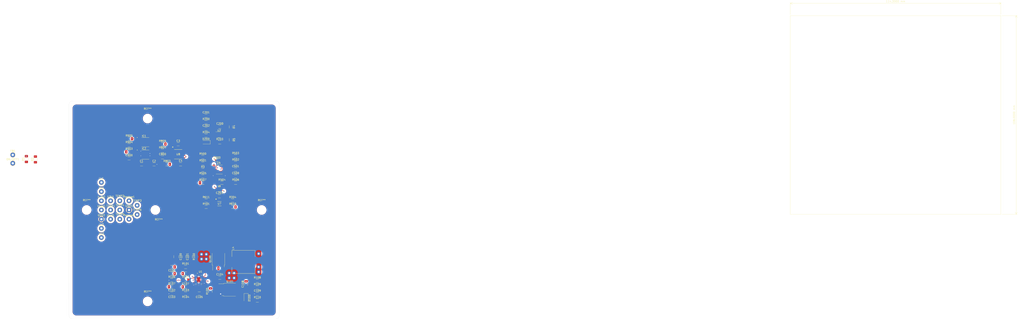
<source format=kicad_pcb>
(kicad_pcb (version 20221018) (generator pcbnew)
  (layers (0 "F.Cu" signal) (1 "In1.Cu" power) (2 "In2.Cu" signal) (31 "B.Cu" power) (34 "B.Paste" user) (35 "F.Paste" user) (36 "B.SilkS" user "B.Silkscreen") (37 "F.SilkS" user "F.Silkscreen") (38 "B.Mask" user) (39 "F.Mask" user) (44 "Edge.Cuts" user))
  (net 0 "")
  (net 1 "Vout")
  (net 2 "GND")
  (net 3 "Vin")
  (net 4 "Net-(U1-SS_TRK)")
  (net 5 "/12V")
  (net 6 "Net-(U2-POS)")
  (net 7 "Net-(C106-Pad1)")
  (net 8 "Net-(C108-Pad1)")
  (net 9 "Net-(D500-K)")
  (net 10 "Net-(C201-Pad1)")
  (net 11 "Net-(D500-A)")
  (net 12 "Net-(U1-BST)")
  (net 13 "Net-(Q100-S)")
  (net 14 "Net-(R2-Pad1)")
  (net 15 "/CS1")
  (net 16 "/CS2")
  (net 17 "/5V")
  (net 18 "Net-(U1-ILIM)")
  (net 19 "Net-(ON/OFF1-Pad1)")
  (net 20 "Net-(U1-COMP)")
  (net 21 "Net-(U1-FB)")
  (net 22 "Net-(IC2-CAP-)")
  (net 23 "Net-(IC2-CAP+)")
  (net 24 "/-5V")
  (net 25 "/Vref")
  (net 26 "Net-(U5-RES)")
  (net 27 "Net-(IC1-+IN2)")
  (net 28 "Net-(U7-1Y)")
  (net 29 "Net-(U7-2Y)")
  (net 30 "Net-(U1-VCC)")
  (net 31 "Net-(U7-2B)")
  (net 32 "Net-(U7-1B)")
  (net 35 "Net-(IC1-+IN1)")
  (net 36 "Net-(FB1-Pad1)")
  (net 37 "Net-(D100-A)")
  (net 38 "Net-(D200-K)")
  (net 39 "Net-(U5-UVLO)")
  (net 40 "Net-(U1-EN_UVLO)")
  (net 41 "Net-(U1-RT)")
  (net 42 "Net-(U1-SYNCIN)")
  (net 43 "Net-(U1-PGOOD)")
  (net 44 "/HL1")
  (net 45 "/HL2")
  (net 46 "Net-(U5-DCL)")
  (net 47 "Net-(U5-RT{slash}SYNC)")
  (net 48 "Net-(U5-OUT2)")
  (net 49 "/LL2")
  (net 50 "Net-(U5-OUT1)")
  (net 51 "/LL1")
  (net 52 "Net-(U6-2Y)")
  (net 53 "Net-(U6-1Y)")
  (net 54 "/Rsense2")
  (net 55 "Net-(IC1--IN2)")
  (net 56 "/Rsense1")
  (net 57 "Net-(IC1--IN1)")
  (net 58 "Net-(Q100-G)")
  (net 59 "Net-(Q101-G)")
  (net 61 "/SS")
  (net 68 "/U5-VCC")
  (footprint "Resistor_SMD:R_1206_3216Metric_Pad1.30x1.75mm_HandSolder" (layer "F.Cu") (at 135.55 131.6 180)
    (fp_text reference "R905")
    (fp_text value "148k")
  )
  (footprint "Capacitor_SMD:C_1206_3216Metric_Pad1.33x1.80mm_HandSolder" (layer "F.Cu") (at 158.725 215.775 180)
    (fp_text reference "C103")
    (fp_text value "2.2uF")
  )
  (footprint "Resistor_SMD:R_1206_3216Metric_Pad1.30x1.75mm_HandSolder" (layer "F.Cu") (at 175.57 155.55)
    (fp_text reference "R507")
    (fp_text value "150")
  )
  (footprint "TestPoint:TestPoint_THTPad_D2.5mm_Drill1.2mm" (layer "F.Cu") (at 130.5 170.3 90)
    (fp_text reference "TEMP4")
    (fp_text value "MountingHole_Pad")
  )
  (footprint "Resistor_SMD:R_1206_3216Metric_Pad1.30x1.75mm_HandSolder" (layer "F.Cu") (at 193.37 144.725)
    (fp_text reference "R502")
    (fp_text value "34.1k")
  )
  (footprint "SnapEDA Library:QFN50P450X350X100-21N MODDED" (layer "F.Cu") (at 173.325 208.175)
    (fp_text reference "U1")
    (fp_text value "LM5146QRGYRQ1")
  )
  (footprint "Diode_SMD:D_SOD-523" (layer "F.Cu") (at 183.27 143.25)
    (fp_text reference "D500")
    (fp_text value "CMOD4448 TR PBFREE")
  )
  (footprint "SnapEDA Library:TO-252-3_TabPin2 modded" (layer "F.Cu") (at 184.025 196.935 90)
    (fp_text reference "Q100")
    (fp_text value "DMT10H009LK3-13")
  )
  (footprint "Resistor_SMD:R_1206_3216Metric_Pad1.30x1.75mm_HandSolder" (layer "F.Cu") (at 158.725 208.475 180)
    (fp_text reference "R107")
    (fp_text value "1.27k")
  )
  (footprint "TestPoint:TestPoint_THTPad_D2.5mm_Drill1.2mm" (layer "F.Cu") (at 135.5 165.3)
    (fp_text reference "Rsense1")
    (fp_text value "MountingHole_Pad")
  )
  (footprint "Resistor_SMD:R_1206_3216Metric_Pad1.30x1.75mm_HandSolder" (layer "F.Cu") (at 156.1 145.45)
    (fp_text reference "R803")
    (fp_text value "300")
  )
  (footprint "Capacitor_SMD:C_1206_3216Metric_Pad1.33x1.80mm_HandSolder" (layer "F.Cu") (at 177.3325 119.05)
    (fp_text reference "C201")
    (fp_text value "0.1uF")
  )
  (footprint "Resistor_SMD:R_1206_3216Metric_Pad1.30x1.75mm_HandSolder" (layer "F.Cu") (at 205.15 212.375 180)
    (fp_text reference "R109")
    (fp_text value "24.9")
  )
  (footprint "Resistor_SMD:R_1206_3216Metric_Pad1.30x1.75mm_HandSolder" (layer "F.Cu") (at 175.57 152.05 180)
    (fp_text reference "R505")
    (fp_text value "150")
  )
  (footprint "TestPoint:TestPoint_THTPad_D2.5mm_Drill1.2mm" (layer "F.Cu") (at 72.4 140.35)
    (fp_text reference "FB1")
    (fp_text value "MountingHole_Pad")
  )
  (footprint "Resistor_SMD:R_1206_3216Metric_Pad1.30x1.75mm_HandSolder" (layer "F.Cu") (at 79.8 142.6 90)
    (fp_text reference "R1")
    (fp_text value "5.36k (47k)")
  )
  (footprint "TestPoint:TestPoint_THTPad_D2.5mm_Drill1.2mm" (layer "F.Cu") (at 120.5 170.3)
    (fp_text reference "Vcap1")
    (fp_text value "MountingHole_Pad")
  )
  (footprint "Resistor_SMD:R_1206_3216Metric_Pad1.30x1.75mm_HandSolder" (layer "F.Cu") (at 177.3325 129.85)
    (fp_text reference "R204")
    (fp_text value "2.0k")
  )
  (footprint "TestPoint:TestPoint_THTPad_D2.5mm_Drill1.2mm" (layer "F.Cu") (at 120.5 160.3)
    (fp_text reference "HL1")
    (fp_text value "MountingHole_Pad")
  )
  (footprint "TestPoint:TestPoint_THTPad_D2.5mm_Drill1.2mm" (layer "F.Cu") (at 120.5 185.3)
    (fp_text reference "HL2")
    (fp_text value "MountingHole_Pad")
  )
  (footprint "Capacitor_SMD:C_1206_3216Metric_Pad1.33x1.80mm_HandSolder" (layer "F.Cu") (at 158.725 212.075)
    (fp_text reference "C102")
    (fp_text value "56nF")
  )
  (footprint "Capacitor_SMD:C_1206_3216Metric_Pad1.33x1.80mm_HandSolder" (layer "F.Cu") (at 149.1 145.5 180)
    (fp_text reference "C2")
    (fp_text value "1uF")
  )
  (footprint "Capacitor_SMD:C_1206_3216Metric_Pad1.33x1.80mm_HandSolder" (layer "F.Cu") (at 163.5 145.4)
    (fp_text reference "C4")
    (fp_text value "1uF")
  )
  (footprint "Resistor_SMD:R_1206_3216Metric_Pad1.30x1.75mm_HandSolder" (layer "F.Cu") (at 166.225 215.775 180)
    (fp_text reference "R104")
    (fp_text value "20k")
  )
  (footprint "SnapEDA Library:IND_MSS1210_COC" (layer "F.Cu") (at 197.65 198.575)
    (fp_text reference "L4")
    (fp_text value "22uH")
  )
  (footprint "Resistor_SMD:R_1206_3216Metric_Pad1.30x1.75mm_HandSolder" (layer "F.Cu") (at 158.725 204.875 180)
    (fp_text reference "R106")
    (fp_text value "2.87k")
  )
  (footprint "Capacitor_SMD:C_1206_3216Metric_Pad1.33x1.80mm_HandSolder" (layer "F.Cu") (at 158.725 201.275)
    (fp_text reference "C106")
    (fp_text value "8.2nF")
  )
  (footprint "Package_TO_SOT_SMD:SOT-23-5" (layer "F.Cu") (at 184.37 129.35)
    (fp_text reference "U2")
    (fp_text value "LM8261M5")
  )
  (footprint "Capacitor_SMD:C_1206_3216Metric_Pad1.33x1.80mm_HandSolder" (layer "F.Cu") (at 199.05 210.625 90)
    (fp_text reference "C108")
    (fp_text value "820pF")
  )
  (footprint "TestPoint:TestPoint_THTPad_D2.5mm_Drill1.2mm" (layer "F.Cu") (at 120.5 165.3)
    (fp_text reference "V_IN2")
    (fp_text value "MountingHole_Pad")
  )
  (footprint "Capacitor_SMD:C_1206_3216Metric_Pad1.33x1.80mm_HandSolder" (layer "F.Cu") (at 166.225 208.475)
    (fp_text reference "C107")
    (fp_text value "470pF")
  )
  (footprint "Resistor_SMD:R_1206_3216Metric_Pad1.30x1.75mm_HandSolder" (layer "F.Cu") (at 179.725 214.475 -90)
    (fp_text reference "R105")
    (fp_text value "866")
  )
  (footprint "TestPoint:TestPoint_THTPad_D2.5mm_Drill1.2mm" (layer "F.Cu") (at 72.4 144.9)
    (fp_text reference "ON/OFF1")
    (fp_text value "MountingHole_Pad")
  )
  (footprint "SnapEDA Library:SOP65P640X120-16N" (layer "F.Cu") (at 184.47 148.325)
    (fp_text reference "U5")
    (fp_text value "LM5032MTCX_NOPB")
  )
  (footprint "Capacitor_SMD:C_1206_3216Metric_Pad1.33x1.80mm_HandSolder" (layer "F.Cu") (at 184.57 162.85)
    (fp_text reference "C203")
    (fp_text value "0.1uF")
  )
  (footprint "Capacitor_SMD:C_1206_3216Metric_Pad1.33x1.80mm_HandSolder" (layer "F.Cu") (at 184.7875 207.175)
    (fp_text reference "C104")
    (fp_text value "100nF")
  )
  (footprint "Resistor_SMD:R_1206_3216Metric_Pad1.30x1.75mm_HandSolder" (layer "F.Cu") (at 175.57 145.05 180)
    (fp_text reference "R501")
    (fp_text value "1.1k")
  )
  (footprint "MountingHole:MountingHole_4.3mm_M4" (layer "F.Cu") (at 112.5 170.3)
    (fp_text reference "REF**")
    (fp_text value "MountingHole_4.3mm_M4")
  )
  (footprint "Capacitor_SMD:C_1206_3216Metric_Pad1.33x1.80mm_HandSolder" (layer "F.Cu") (at 177.3325 126.2125)
    (fp_text reference "C202")
    (fp_text value "0.1uF")
  )
  (footprint "Capacitor_SMD:C_1206_3216Metric_Pad1.33x1.80mm_HandSolder" (layer "F.Cu") (at 142.3 145.5 180)
    (fp_text reference "C1")
    (fp_text value "1uF")
  )
  (footprint "Resistor_SMD:R_1206_3216Metric_Pad1.30x1.75mm_HandSolder" (layer "F.Cu") (at 205.15 219.475 180)
    (fp_text reference "R110")
    (fp_text value "1k")
  )
  (footprint "TestPoint:TestPoint_THTPad_D2.5mm_Drill1.2mm" (layer "F.Cu") (at 120.5 180.3)
    (fp_text reference "LL2")
    (fp_text value "MountingHole_Pad")
  )
  (footprint "TestPoint:TestPoint_THTPad_D2.5mm_Drill1.2mm" (layer "F.Cu") (at 139.9 167.8 90)
    (fp_text reference "TEMP3")
    (fp_text value "MountingHole_Pad")
  )
  (footprint "Capacitor_SMD:C_1206_3216Metric_Pad1.33x1.80mm_HandSolder" (layer "F.Cu") (at 135.538 142.3)
    (fp_text reference "C900")
    (fp_text value "100pF")
  )
  (footprint "Resistor_SMD:R_1206_3216Metric_Pad1.30x1.75mm_HandSolder" (layer "F.Cu") (at 193.37 141.15)
    (fp_text reference "R503")
    (fp_text value "34.1k")
  )
  (footprint "Capacitor_SMD:C_1206_3216Metric_Pad1.33x1.80mm_HandSolder" (layer "F.Cu") (at 205.15 215.925 180)
    (fp_text reference "C109")
    (fp_text value "22uF")
  )
  (footprint "Capacitor_SMD:C_1206_3216Metric_Pad1.33x1.80mm_HandSolder" (layer "F.Cu") (at 193.37 148.35 180)
    (fp_text reference "C501")
    (fp_text value "0.1uF")
  )
  (footprint "Resistor_SMD:R_1206_3216Metric_Pad1.30x1.75mm_HandSolder" (layer "F.Cu") (at 166.225 212.075 180)
    (fp_text reference "R103")
    (fp_text value "20k")
  )
  (footprint "Capacitor_SMD:C_1210_3225Metric_Pad1.33x2.70mm_HandSolder" (layer "F.Cu") (at 161.225 195.7125 -90)
    (fp_text reference "C100")
    (fp_text value "10uF")
  )
  (footprint "SnapEDA Library:SOIC127P600X175-8N" (layer "F.Cu") (at 144.4 140.2)
    (fp_text reference "IC2")
    (fp_text value "MAX1681ESA+")
  )
  (footprint "TestPoint:TestPoint_THTPad_D2.5mm_Drill1.2mm" (layer "F.Cu") (at 120.5 155.3)
    (fp_text reference "LL1")
    (fp_text value "MountingHole_Pad")
  )
  (footprint "MountingHole:MountingHole_4.3mm_M4" (layer "F.Cu") (at 207.5 170.3)
    (fp_text reference "REF**")
    (fp_text value "MountingHole_4.3mm_M4")
  )
  (footprint "Resistor_SMD:R_1206_3216Metric_Pad1.30x1.75mm_HandSolder" (layer "F.Cu") (at 185.97 155.55)
    (fp_text reference "R504")
    (fp_text value "150")
  )
  (footprint "TestPoint:TestPoint_THTPad_D2.5mm_Drill1.2mm" (layer "F.Cu") (at 130.5 165.3 90)
    (fp_text reference "TEMP2")
    (fp_text value "MountingHole_Pad")
  )
  (footprint "Resistor_SMD:R_1206_3216Metric_Pad1.30x1.75mm_HandSolder" (layer "F.Cu") (at 177.37 165.15)
    (fp_text reference "R611")
    (fp_text value "1k")
  )
  (footprint "MountingHole:MountingHole_4.3mm_M4" (layer "F.Cu") (at 145.6 220)
    (fp_text reference "REF**")
    (fp_text value "MountingHole_4.3mm_M4")
  )
  (footprint "TestPoint:TestPoint_THTPad_D2.5mm_Drill1.2mm" (layer "F.Cu") (at 135.5 175.3)
    (fp_text reference "Rsense2")
    (fp_text value "MountingHole_Pad")
  )
  (footprint "Resistor_SMD:R_1206_3216Metric_Pad1.30x1.75mm_HandSolder" (layer "F.Cu") (at 175.57 148.55)
    (fp_text reference "R3")
    (fp_text value "1k")
  )
  (footprint "Diode_SMD:D_SOD-123" (layer "F.Cu") (at 177.27 133.45 180)
    (fp_text reference "D200")
    (fp_text value "2.0V")
  )
  (footprint "Resistor_SMD:R_1206_3216Metric_Pad1.30x1.75mm_HandSolder" (layer "F.Cu") (at 153.7 134.5 180)
    (fp_text reference "R805")
    (fp_text value "148k")
  )
  (footprint "Resistor_SMD:R_1206_3216Metric_Pad1.30x1.75mm_HandSolder" (layer "F.Cu") (at 166.225 201.275 180)
    (fp_text reference "R101")
    (fp_text value "4.99k")
  )
  (footprint "Resistor_SMD:R_1206_3216Metric_Pad1.30x1.75mm_HandSolder" (layer "F.Cu") (at 190.77 125.15 -90)
    (fp_text reference "R4")
    (fp_text value "36.5k")
  )
  (footprint "TestPoint:TestPoint_THTPad_D2.5mm_Drill1.2mm" (layer "F.Cu") (at 135.5 170.3)
    (fp_text reference "GND3")
    (fp_text value "MountingHole_Pad")
  )
  (footprint "Capacitor_SMD:C_1206_3216Metric_Pad1.33x1.80mm_HandSolder" (layer "F.Cu") (at 173.625 215.775 180)
    (fp_text reference "C105")
    (fp_text value "100nF")
  )
  (footprint "Capacitor_SMD:C_1206_3216Metric_Pad1.33x1.80mm_HandSolder" (layer "F.Cu") (at 165.3375 195.7125 -90)
    (fp_text reference "C101")
    (fp_text value "100nF")
  )
  (footprint "SnapEDA Library:TO-252-3_TabPin2 modded" (layer "F.Cu") (at 190.265 213.675)
    (fp_text reference "Q101")
    (fp_text value "DMT10H009LK3-13")
  )
  (footprint "Resistor_SMD:R_1206_3216Metric_Pad1.30x1.75mm_HandSolder" (layer "F.Cu") (at 177.3325 122.55 180)
    (fp_text reference "R200")
    (fp_text value "30.1k")
  )
  (footprint "Resistor_SMD:R_1206_3216Metric_Pad1.30x1.75mm_HandSolder" (layer "F.Cu") (at 191.77 165.15)
    (fp_text reference "R304")
    (fp_text value "150")
  )
  (footprint "Resistor_SMD:R_1206_3216Metric_Pad1.30x1.75mm_HandSolder" (layer "F.Cu") (at 135.538 135.2 180)
    (fp_text reference "R904")
    (fp_text value "10k")
  )
  (footprint "Capacitor_SMD:C_1206_3216Metric_Pad1.33x1.80mm_HandSolder" (layer "F.Cu") (at 193.37 152.05 180)
    (fp_text reference "C500")
    (fp_text value "0.1uF")
  )
  (footprint "MountingHole:MountingHole_4.3mm_M4" (layer "F.Cu") (at 145.6 120.6)
    (fp_text reference "REF**")
    (fp_text value "MountingHole_4.3mm_M4")
  )
  (footprint "Capacitor_SMD:C_1206_3216Metric_Pad1.33x1.80mm_HandSolder" (layer "F.Cu") (at 153.7 141.75 180)
    (fp_text reference "C800")
    (fp_text value "100pF")
  )
  (footprint "TestPoint:TestPoint_THTPad_D2.5mm_Drill1.2mm" (layer "F.Cu") (at 125.5 175.3)
    (fp_text reference "Vout1")
    (fp_text value "MountingHole_Pad")
  )
  (footprint "TestPoint:TestPoint_THTPad_D2.5mm_Drill1.2mm" (layer "F.Cu") (at 130.5 175.3 90)
    (fp_text reference "TEMP5")
    (fp_text value "MountingHole_Pad")
  )
  (footprint "LED_SMD:LED_1206_3216Metric_Pad1.42x1.75mm_HandSolder" (layer "F.Cu") (at 199.05 218.175 -90)
    (fp_text reference "D100")
    (fp_text value "LED")
  )
  (footprint "Capacitor_SMD:C_1206_3216Metric_Pad1.33x1.80mm_HandSolder" (layer "F.Cu") (at 184.795 125.1)
    (fp_text reference "C200")
    (fp_text value "470pF")
  )
  (footprint "TestPoint:TestPoint_THTPad_D2.5mm_Drill1.2mm" (layer "F.Cu") (at 139.9 172.8 90)
    (fp_text reference "TEMP6")
    (fp_text value "MountingHole_Pad")
  )
  (footprint "Capacitor_SMD:C_1206_3216Metric_Pad1.33x1.80mm_HandSolder" (layer "F.Cu") (at 162.2 134.5 180)
    (fp_text reference "C3")
    (fp_text value "4.7uF")
  )
  (footprint "TestPoint:TestPoint_THTPad_D2.5mm_Drill1.2mm" (layer "F.Cu") (at 120.5 175.3)
    (fp_text reference "GND2")
    (fp_text value "MountingHole_Pad")
  )
  (footprint "Resistor_SMD:R_1206_3216Metric_Pad1.30x1.75mm_HandSolder" (layer "F.Cu") (at 84.7 142.8 90)
    (fp_text reference "R2")
    (fp_text value "1k")
  )
  (footprint "Resistor_SMD:R_1206_3216Metric_Pad1.30x1.75mm_HandSolder" (layer "F.Cu") (at 135.538 138.7 180)
    (fp_text reference "R903")
    (fp_text value "300")
  )
  (footprint "Resistor_SMD:R_1206_3216Metric_Pad1.30x1.75mm_HandSolder" (layer "F.Cu") (at 191.77 168.65 180)
    (fp_text reference "R610")
    (fp_text value "1k")
  )
  (footprint "Resistor_SMD:R_1206_3216Metric_Pad1.30x1.75mm_HandSolder" (layer "F.Cu") (at 193.37 155.55)
    (fp_text reference "R506")
    (fp_text value "150")
  )
  (footprint "TestPoint:TestPoint_THTPad_D2.5mm_Drill1.2mm" (layer "F.Cu") (at 125.5 165.3)
    (fp_text reference "12V1")
    (fp_text value "MountingHole_Pad")
  )
  (footprint "Resistor_SMD:R_1206_3216Metric_Pad1.30x1.75mm_HandSolder" (layer "F.Cu") (at 190.77 132.15 -90)
    (fp_text reference "R5")
    (fp_text value "1.37k")
  )
  (footprint "Resistor_SMD:R_1206_3216Metric_Pad1.30x1.75mm_HandSolder" (layer "F.Cu") (at 184.7325 133.5 180)
    (fp_text reference "R203")
    (fp_text value "2.0k")
  )
  (footprint "SnapEDA Library:SOT65P210X110-6N" (layer "F.Cu") (at 184.47 159.05 180)
    (fp_text reference "U6")
    (fp_text value "SN74LVC2G14IDCKRQ1")
  )
  (footprint "Resistor_SMD:R_1206_3216Metric_Pad1.30x1.75mm_HandSolder" (layer "F.Cu") (at 168.9375 195.7125 -90)
    (fp_text reference "R100")
    (fp_text value "62.0k")
  )
  (footprint "SnapEDA Library:SOIC127P600X175-8N" (layer "F.Cu") (at 144.4 133.4)
    (fp_text reference "IC1")
    (fp_text value "AD8092ARZ")
  )
  (footprint "SnapEDA Library:D8" (layer "F.Cu") (at 162.2 140)
    (fp_text reference "U8")
    (fp_text value "TPS76650DRM3")
  )
  (footprint "TestPoint:TestPoint_THTPad_D2.5mm_Drill1.2mm" (layer "F.Cu") (at 125.5 170.3)
    (fp_text reference "TEMP1")
    (fp_text value "MountingHole_Pad")
  )
  (footprint "Resistor_SMD:R_1206_3216Metric_Pad1.30x1.75mm_HandSolder" (layer "F.Cu") (at 175.57 141.55)
    (fp_text reference "R500")
    (fp_text value "36.5k (35.7k)")
  )
  (footprint "Resistor_SMD:R_1206_3216Metric_Pad1.30x1.75mm_HandSolder" (layer "F.Cu") (at 153.7 138.15)
    (fp_text reference "R804")
    (fp_text value "10k")
  )
  (footprint "MountingHole:MountingHole_4.3mm_M4" (layer "F.Cu") (at 149.8 170.3)
    (fp_text reference "REF**")
    (fp_text value "MountingHole_4.3mm_M4")
  )
  (footprint "SnapEDA Library:U_VSSOP8_DCU_00_TEX" (layer "F.Cu") (at 184.57 166.85)
    (fp_text reference "U7")
    (fp_text value "SN74LVC2G08QDCURQ1")
  )
  (footprint "Resistor_SMD:R_1206_3216Metric_Pad1.30x1.75mm_HandSolder" (layer "F.Cu") (at 166.225 204.875 180)
    (fp_text reference "R102")
    (fp_text value "39.2k")
  )
  (footprint "Resistor_SMD:R_1206_3216Metric_Pad1.30x1.75mm_HandSolder" (layer "F.Cu") (at 177.37 168.65 180)
    (fp_text reference "R401")
    (fp_text value "150")
  )
  (footprint "Resistor_SMD:R_1206_3216Metric_Pad1.30x1.75mm_HandSolder" (layer "F.Cu") (at 205.15 208.825 180)
    (fp_text reference "R108")
    (fp_text value "18k")
  )
  (gr_line (start 494.5 64.6) (end 494.5 172.6) (stroke (width 0.1)) (layer "F.SilkS"))
  (gr_line (start 494.5 172.6) (end 608.8 172.6) (stroke (width 0.1)) (layer "F.SilkS"))
  (gr_line (start 608.8 64.6) (end 608.8 172.6) (stroke (width 0.1)) (layer "F.SilkS"))
  (gr_line (start 494.5 64.6) (end 608.8 64.6) (stroke (width 0.1)) (layer "F.SilkS"))
  (gr_line (start 215.1 111) (end 104.892894 111) (stroke (width 0.05)) (layer "Edge.Cuts"))
  (gr_arc (start 102.892894 113) (mid 103.47868 111.585786) (end 104.892894 111) (stroke (width 0.05)) (layer "Edge.Cuts"))
  (gr_arc (start 104.907106 229.585786) (mid 103.492892 229) (end 102.907106 227.585786) (stroke (width 0.05)) (layer "Edge.Cuts"))
  (gr_line (start 104.907106 229.585786) (end 215.1 229.6) (stroke (width 0.05)) (layer "Edge.Cuts"))
  (gr_arc (start 217.1 227.6) (mid 216.514214 229.014214) (end 215.1 229.6) (stroke (width 0.05)) (layer "Edge.Cuts"))
  (gr_line (start 102.892894 113) (end 102.907106 227.585786) (stroke (width 0.05)) (layer "Edge.Cuts"))
  (gr_arc (start 215.1 111) (mid 216.514213 111.585787) (end 217.1 113) (stroke (width 0.05)) (layer "Edge.Cuts"))
  (gr_line (start 217.1 227.6) (end 217.1 113) (stroke (width 0.05)) (layer "Edge.Cuts"))
  (dimension (type aligned) (layer "F.SilkS") (pts (xy 494.5 64.6) (xy 608.8 64.6)) (height -6.6) (gr_text "114.3000 mm" (at 551.65 56.9) (layer "F.SilkS") (effects (font (size 1 1) (thickness 0.1)))) (format (prefix "") (suffix "") (units 3) (units_format 1) (precision 4)) (style (thickness 0.1) (arrow_length 1.27) (text_position_mode 0) (extension_height 0.58642) (extension_offset 0.5) keep_text_aligned))
  (dimension (type aligned) (layer "F.SilkS") (pts (xy 608.8 172.6) (xy 608.8 64.6)) (height 8.3) (gr_text "108.0000 mm" (at 616 118.6 90) (layer "F.SilkS") (effects (font (size 1 1) (thickness 0.1)))) (format (prefix "") (suffix "") (units 3) (units_format 1) (precision 4)) (style (thickness 0.1) (arrow_length 1.27) (text_position_mode 0) (extension_height 0.58642) (extension_offset 0.5) keep_text_aligned))
  (segment (start 170.5385 210.6615) (end 170.5385 211.113599) (width 0.25) (layer "F.Cu") (net 2))
  (segment (start 194.92 144.725) (end 194.92 148.3375) (width 0.25) (layer "F.Cu") (net 2))
  (segment (start 194.92 141.15) (end 194.92 144.7175) (width 0.25) (layer "F.Cu") (net 2))
  (segment (start 171.675 208.425) (end 173.075 208.425) (width 0.25) (layer "F.Cu") (net 2))
  (segment (start 181.575 151.245) (end 181.575 150.6) (width 0.25) (layer "F.Cu") (net 2))
  (segment (start 194.92 155.55) (end 194.92 152.0625) (width 0.25) (layer "F.Cu") (net 2))
  (segment (start 171.275 209.925) (end 170.5385 210.6615) (width 0.25) (layer "F.Cu") (net 2))
  (segment (start 155.25 138.15) (end 155.2625 138.1625) (width 0.25) (layer "F.Cu") (net 2))
  (segment (start 181.17 151.65) (end 181.575 151.245) (width 0.25) (layer "F.Cu") (net 2))
  (segment (start 173.075 208.425) (end 173.325 208.175) (width 0.25) (layer "F.Cu") (net 2))
  (segment (start 176.325 210.175) (end 176.075 209.925) (width 0.25) (layer "F.Cu") (net 2))
  (segment (start 194.9875 151.995) (end 194.9325 152.05) (width 0.25) (layer "F.Cu") (net 2))
  (segment (start 155.2625 138.1625) (end 155.2625 141.75) (width 0.25) (layer "F.Cu") (net 2))
  (segment (start 176.575 207.925) (end 174.975 207.925) (width 0.25) (layer "F.Cu") (net 2))
  (segment (start 194.92 152.0625) (end 194.9325 152.05) (width 0.25) (layer "F.Cu") (net 2))
  (segment (start 194.92 144.7175) (end 194.9125 144.725) (width 0.25) (layer "F.Cu") (net 2))
  (segment (start 176.825 208.175) (end 176.575 207.925) (width 0.25) (layer "F.Cu") (net 2))
  (segment (start 187.77 151.65) (end 187.34 151.22) (width 0.25) (layer "F.Cu") (net 2))
  (segment (start 194.9875 150.15) (end 194.9875 148.405) (width 0.25) (layer "F.Cu") (net 2))
  (segment (start 171.675 209.925) (end 171.275 209.925) (width 0.25) (layer "F.Cu") (net 2))
  (segment (start 187.34 151.22) (end 187.34 150.6) (width 0.25) (layer "F.Cu") (net 2))
  (segment (start 176.575 208.425) (end 174.975 208.425) (width 0.25) (layer "F.Cu") (net 2))
  (segment (start 194.9875 150.15) (end 194.9875 151.995) (width 0.25) (layer "F.Cu") (net 2))
  (segment (start 176.075 209.925) (end 174.975 209.925) (width 0.25) (layer "F.Cu") (net 2))
  (segment (start 194.92 148.3375) (end 194.9325 148.35) (width 0.25) (layer "F.Cu") (net 2))
  (segment (start 176.825 208.175) (end 176.575 208.425) (width 0.25) (layer "F.Cu") (net 2))
  (segment (start 194.9875 148.405) (end 194.9125 148.33) (width 0.25) (layer "F.Cu") (net 2))
  (segment (start 194.9125 148.33) (end 194.9125 148.3125) (width 0.25) (layer "F.Cu") (net 2))
  (via (at 157.1625 215.875) (size 0.5) (drill 0.3) (layers "F.Cu" "B.Cu") (net 2))
  (via (at 176.325 210.175) (size 0.5) (drill 0.3) (layers "F.Cu" "B.Cu") (net 2))
  (via (at 176.825 208.175) (size 0.5) (drill 0.3) (layers "F.Cu" "B.Cu") (net 2))
  (via (at 181.17 151.65) (size 0.5) (drill 0.3) (layers "F.Cu" "B.Cu") (net 2))
  (via (at 141.925 140.835) (size 0.5) (drill 0.3) (layers "F.Cu" "B.Cu") (net 2))
  (via (at 141.925 138.295) (size 0.5) (drill 0.3) (layers "F.Cu" "B.Cu") (net 2))
  (via (at 170.5385 211.113599) (size 0.5) (drill 0.3) (layers "F.Cu" "B.Cu") (net 2))
  (via (at 146.875 139.565) (size 0.5) (drill 0.3) (layers "F.Cu" "B.Cu") (net 2))
  (via (at 194.9875 150.15) (size 0.5) (drill 0.3) (layers "F.Cu" "B.Cu") (net 2))
  (via (at 187.77 151.65) (size 0.5) (drill 0.3) (layers "F.Cu" "B.Cu") (net 2))
  (via (at 203.5875 215.925) (size 0.5) (drill 0.3) (layers "F.Cu" "B.Cu") (net 2))
  (via (at 157.175 208.475) (size 0.5) (drill 0.3) (layers "F.Cu" "B.Cu") (net 2))
  (via (at 146.875 140.835) (size 0.5) (drill 0.3) (layers "F.Cu" "B.Cu") (net 2))
  (via (at 150.6625 145.5) (size 0.5) (drill 0.3) (layers "F.Cu" "B.Cu") (net 2))
  (via (at 185.225 215.955) (size 1) (drill 0.6) (layers "F.Cu" "B.Cu") (net 2))
  (via (at 177.45 196.975) (size 2) (drill 1) (layers "F.Cu" "B.Cu") (net 3))
  (via (at 177.45 194.375) (size 2) (drill 1) (layers "F.Cu" "B.Cu") (net 3))
  (via (at 174.85 194.375) (size 2) (drill 1) (layers "F.Cu" "B.Cu") (net 3))
  (via (at 184.045 201.975) (size 0.5) (drill 0.3) (layers "F.Cu" "B.Cu") (net 3))
  (via (at 174.85 196.975) (size 2) (drill 1) (layers "F.Cu" "B.Cu") (net 3))
  (segment (start 170.375 206.925) (end 171.675 206.925) (width 0.25) (layer "F.Cu") (net 4))
  (segment (start 169.825 206.375) (end 170.375 206.925) (width 0.25) (layer "F.Cu") (net 4))
  (via (at 169.825 206.375) (size 0.5) (drill 0.3) (layers "F.Cu" "B.Cu") (net 4))
  (via (at 157.1625 212.075) (size 0.5) (drill 0.3) (layers "F.Cu" "B.Cu") (net 4))
  (segment (start 181.57 146.045) (end 181.575 146.05) (width 0.4) (layer "F.Cu") (net 5))
  (segment (start 165.835 140.635) (end 166.5 141.3) (width 0.25) (layer "F.Cu") (net 5))
  (segment (start 164.921348 141.905) (end 165.895 141.905) (width 0.25) (layer "F.Cu") (net 5))
  (segment (start 165.895 141.905) (end 166.5 141.3) (width 0.25) (layer "F.Cu") (net 5))
  (segment (start 165.0625 142.046152) (end 164.921348 141.905) (width 0.25) (layer "F.Cu") (net 5))
  (segment (start 165.0625 145.4) (end 165.0625 142.046152) (width 0.25) (layer "F.Cu") (net 5))
  (segment (start 181.57 145.45) (end 181.57 146.045) (width 0.4) (layer "F.Cu") (net 5))
  (segment (start 164.921348 140.635) (end 165.835 140.635) (width 0.25) (layer "F.Cu") (net 5))
  (via (at 205.85 203.975) (size 2) (drill 1) (layers "F.Cu" "B.Cu") (net 5))
  (via (at 181.57 145.45) (size 0.5) (drill 0.3) (layers "F.Cu" "B.Cu") (net 5))
  (via (at 205.85 194.075) (size 2) (drill 1) (layers "F.Cu" "B.Cu") (net 5))
  (via (at 205.85 201.275) (size 2) (drill 1) (layers "F.Cu" "B.Cu") (net 5))
  (via (at 166.5 141.3) (size 0.5) (drill 0.3) (layers "F.Cu" "B.Cu") (net 5))
  (segment (start 175.7825 129.85) (end 175.7825 129.325) (width 0.25) (layer "F.Cu") (net 6))
  (segment (start 175.7825 129.325) (end 178.895 126.2125) (width 0.25) (layer "F.Cu") (net 6))
  (segment (start 180.87 127.05) (end 180.0325 126.2125) (width 0.25) (layer "F.Cu") (net 6))
  (segment (start 180.87 129.45) (end 180.87 127.05) (width 0.25) (layer "F.Cu") (net 6))
  (segment (start 181.72 130.3) (end 180.87 129.45) (width 0.25) (layer "F.Cu") (net 6))
  (segment (start 183.2325 130.3) (end 181.72 130.3) (width 0.25) (layer "F.Cu") (net 6))
  (segment (start 180.0325 126.2125) (end 178.895 126.2125) (width 0.25) (layer "F.Cu") (net 6))
  (segment (start 157.1625 201.275) (end 157.1625 204.85) (width 0.25) (layer "F.Cu") (net 7))
  (segment (start 157.1625 204.85) (end 157.1375 204.875) (width 0.25) (layer "F.Cu") (net 7))
  (segment (start 203.6 212.375) (end 199.2375 212.375) (width 0.25) (layer "F.Cu") (net 8))
  (segment (start 199.2375 212.375) (end 199.05 212.1875) (width 0.25) (layer "F.Cu") (net 8))
  (segment (start 183.2325 123.6125) (end 183.2325 125.1) (width 0.25) (layer "F.Cu") (net 9))
  (segment (start 178.8825 122.55) (end 182.17 122.55) (width 0.25) (layer "F.Cu") (net 9))
  (segment (start 182.17 122.55) (end 183.2325 123.6125) (width 0.25) (layer "F.Cu") (net 9))
  (segment (start 183.2325 125.1) (end 183.2325 128.4) (width 0.25) (layer "F.Cu") (net 9))
  (segment (start 181.77 142.45) (end 182.57 143.25) (width 0.25) (layer "F.Cu") (net 9))
  (via (at 181.77 142.45) (size 0.5) (drill 0.3) (layers "F.Cu" "B.Cu") (net 9))
  (segment (start 175.77 122.5375) (end 175.7825 122.55) (width 0.25) (layer "F.Cu") (net 10))
  (segment (start 175.77 119.05) (end 175.77 122.5375) (width 0.25) (layer "F.Cu") (net 10))
  (segment (start 181.6 146.7) (end 182.92 146.7) (width 0.25) (layer "F.Cu") (net 11))
  (segment (start 184.02 145.6) (end 183.97 145.55) (width 0.25) (layer "F.Cu") (net 11))
  (segment (start 183.97 145.55) (end 183.97 143.25) (width 0.25) (layer "F.Cu") (net 11))
  (segment (start 187.34 147.35) (end 185.77 147.35) (width 0.25) (layer "F.Cu") (net 11))
  (segment (start 185.77 147.35) (end 184.02 145.6) (width 0.25) (layer "F.Cu") (net 11))
  (segment (start 183.97 143.25) (end 183.97 143.35) (width 0.25) (layer "F.Cu") (net 11))
  (segment (start 182.92 146.7) (end 184.02 145.6) (width 0.25) (layer "F.Cu") (net 11))
  (segment (start 182.975 207.425) (end 183.225 207.175) (width 0.25) (layer "F.Cu") (net 12))
  (segment (start 174.975 207.425) (end 182.975 207.425) (width 0.25) (layer "F.Cu") (net 12))
  (segment (start 183.025 213.675) (end 185.225 213.675) (width 0.25) (layer "F.Cu") (net 13))
  (segment (start 180.05 199.875) (end 185.75 199.875) (width 0.25) (layer "F.Cu") (net 13))
  (segment (start 179.725 212.925) (end 182.275 212.925) (width 0.25) (layer "F.Cu") (net 13))
  (segment (start 176.875 205.825) (end 176.875 203.05) (width 0.25) (layer "F.Cu") (net 13))
  (segment (start 186.305 200.43) (end 186.305 201.975) (width 0.25) (layer "F.Cu") (net 13))
  (segment (start 185.75 199.875) (end 186.305 200.43) (width 0.25) (layer "F.Cu") (net 13))
  (segment (start 176.275 206.425) (end 174.975 206.425) (width 0.25) (layer "F.Cu") (net 13))
  (segment (start 182.275 212.925) (end 183.025 213.675) (width 0.25) (layer "F.Cu") (net 13))
  (segment (start 176.875 205.825) (end 176.275 206.425) (width 0.25) (layer "F.Cu") (net 13))
  (segment (start 176.875 203.05) (end 180.05 199.875) (width 0.25) (layer "F.Cu") (net 13))
  (via (at 189.85 207.275) (size 2) (drill 1) (layers "F.Cu" "B.Cu") (net 13))
  (via (at 179.725 212.925) (size 0.5) (drill 0.3) (layers "F.Cu" "B.Cu") (net 13))
  (via (at 192.55 204.575) (size 2) (drill 1) (layers "F.Cu" "B.Cu") (net 13))
  (via (at 192.55 207.275) (size 2) (drill 1) (layers "F.Cu" "B.Cu") (net 13))
  (via (at 189.85 204.575) (size 2) (drill 1) (layers "F.Cu" "B.Cu") (net 13))
  (via (at 176.875 205.825) (size 0.5) (drill 0.3) (layers "F.Cu" "B.Cu") (net 13))
  (segment (start 141.82 131.6) (end 141.925 131.495) (width 0.25) (layer "F.Cu") (net 15))
  (segment (start 137.2 131.6) (end 137 131.6) (width 0.25) (layer "F.Cu") (net 15))
  (segment (start 183.57 147.35) (end 181.575 147.35) (width 0.25) (layer "F.Cu") (net 15))
  (segment (start 137 131.6) (end 141.82 131.6) (width 0.25) (layer "F.Cu") (net 15))
  (segment (start 137.1 131.6) (end 137 131.6) (width 0.25) (layer "F.Cu") (net 15))
  (via (at 137.1 131.6) (size 0.5) (drill 0.3) (layers "F.Cu" "B.Cu") (net 15))
  (via (at 183.57 147.35) (size 0.5) (drill 0.3) (layers "F.Cu" "B.Cu") (net 15))
  (segment (start 151 132.1) (end 150.335 132.765) (width 0.25) (layer "F.Cu") (net 16))
  (segment (start 154.3 132.1) (end 151 132.1) (width 0.25) (layer "F.Cu") (net 16))
  (segment (start 185.27 148.05) (end 185.32 148) (width 0.25) (layer "F.Cu") (net 16))
  (segment (start 185.32 148) (end 187.315 148) (width 0.25) (layer "F.Cu") (net 16))
  (segment (start 150.335 132.765) (end 146.875 132.765) (width 0.25) (layer "F.Cu") (net 16))
  (segment (start 155.25 133.05) (end 154.3 132.1) (width 0.25) (layer "F.Cu") (net 16))
  (segment (start 155.25 134.5) (end 155.25 133.05) (width 0.25) (layer "F.Cu") (net 16))
  (via (at 185.27 148.05) (size 0.5) (drill 0.3) (layers "F.Cu" "B.Cu") (net 16))
  (via (at 155.25 134.5) (size 0.5) (drill 0.3) (layers "F.Cu" "B.Cu") (net 16))
  (segment (start 144.4 135.9) (end 145.4 136.9) (width 0.25) (layer "F.Cu") (net 17))
  (segment (start 186.142001 162.859501) (end 186.1325 162.85) (width 0.25) (layer "F.Cu") (net 17))
  (segment (start 145.4 136.9) (end 146.4 136.9) (width 0.25) (layer "F.Cu") (net 17))
  (segment (start 163.7625 134.5) (end 163.7625 135.8625) (width 0.25) (layer "F.Cu") (net 17))
  (segment (start 163.7625 135.8625) (end 164.921348 137.021348) (width 0.25) (layer "F.Cu") (net 17))
  (segment (start 148.905 131.495) (end 146.875 131.495) (width 0.25) (layer "F.Cu") (net 17))
  (segment (start 150.2 130.2) (end 148.905 131.495) (width 0.25) (layer "F.Cu") (net 17))
  (segment (start 144.4 132.4) (end 144.4 135.9) (width 0.25) (layer "F.Cu") (net 17))
  (segment (start 164.921348 137.021348) (end 164.921348 138.095) (width 0.25) (layer "F.Cu") (net 17))
  (segment (start 146.875 137.375) (end 146.875 138.295) (width 0.25) (layer "F.Cu") (net 17))
  (segment (start 145.305 131.495) (end 144.4 132.4) (width 0.25) (layer "F.Cu") (net 17))
  (segment (start 146.875 131.495) (end 145.305 131.495) (width 0.25) (layer "F.Cu") (net 17))
  (segment (start 186.142001 166.099811) (end 186.142001 162.859501) (width 0.25) (layer "F.Cu") (net 17))
  (segment (start 164.921348 138.095) (end 164.921348 139.365) (width 0.25) (layer "F.Cu") (net 17))
  (segment (start 163.7625 132.4625) (end 161.5 130.2) (width 0.25) (layer "F.Cu") (net 17))
  (segment (start 161.5 130.2) (end 150.2 130.2) (width 0.25) (layer "F.Cu") (net 17))
  (segment (start 146.4 136.9) (end 146.875 137.375) (width 0.25) (layer "F.Cu") (net 17))
  (segment (start 163.7625 134.5) (end 163.7625 132.4625) (width 0.25) (layer "F.Cu") (net 17))
  (segment (start 175.1875 212.6375) (end 175.1875 215.775) (width 0.25) (layer "F.Cu") (net 18))
  (segment (start 174.075 211.525) (end 175.1875 212.6375) (width 0.25) (layer "F.Cu") (net 18))
  (segment (start 174.075 210.325) (end 174.075 211.525) (width 0.25) (layer "F.Cu") (net 18))
  (segment (start 167.7875 208.2125) (end 167.15 207.575) (width 0.25) (layer "F.Cu") (net 20))
  (segment (start 167.7875 208.475) (end 167.7875 208.2125) (width 0.25) (layer "F.Cu") (net 20))
  (segment (start 168.8375 207.425) (end 171.675 207.425) (width 0.25) (layer "F.Cu") (net 20))
  (segment (start 167.7875 208.475) (end 168.8375 207.425) (width 0.25) (layer "F.Cu") (net 20))
  (via (at 167.15 207.575) (size 0.5) (drill 0.3) (layers "F.Cu" "B.Cu") (net 20))
  (via (at 160.2875 201.275) (size 0.5) (drill 0.3) (layers "F.Cu" "B.Cu") (net 20))
  (segment (start 171.200673 207.925) (end 171.675 207.925) (width 0.25) (layer "F.Cu") (net 21))
  (segment (start 160.275 204.875) (end 160.275 208.4375) (width 0.25) (layer "F.Cu") (net 21))
  (segment (start 170.225 208.475) (end 170.650673 208.475) (width 0.25) (layer "F.Cu") (net 21))
  (segment (start 160.275 208.4375) (end 160.2375 208.475) (width 0.25) (layer "F.Cu") (net 21))
  (segment (start 164.6625 208.475) (end 160.275 208.475) (width 0.25) (layer "F.Cu") (net 21))
  (segment (start 170.650673 208.475) (end 171.200673 207.925) (width 0.25) (layer "F.Cu") (net 21))
  (segment (start 203.6 208.825) (end 199.2875 208.825) (width 0.25) (layer "F.Cu") (net 21))
  (segment (start 199.2875 208.825) (end 199.05 209.0625) (width 0.25) (layer "F.Cu") (net 21))
  (via (at 170.225 208.475) (size 0.5) (drill 0.3) (layers "F.Cu" "B.Cu") (net 21))
  (via (at 199.05 209.0625) (size 0.5) (drill 0.3) (layers "F.Cu" "B.Cu") (net 21))
  (via (at 160.275 204.875) (size 0.5) (drill 0.3) (layers "F.Cu" "B.Cu") (net 21))
  (via (at 162.425 208.475) (size 0.5) (drill 0.3) (layers "F.Cu" "B.Cu") (net 21))
  (segment (start 199.0375 209.0625) (end 199.05 209.0625) (width 0.25) (layer "B.Cu") (net 21))
  (segment (start 141.505 142.105) (end 141.5 142.1) (width 0.25) (layer "F.Cu") (net 22))
  (segment (start 143.8625 144.0425) (end 143.8625 145.5) (width 0.25) (layer "F.Cu") (net 22))
  (segment (start 141.925 142.105) (end 141.505 142.105) (width 0.25) (layer "F.Cu") (net 22))
  (segment (start 141.925 142.105) (end 143.8625 144.0425) (width 0.25) (layer "F.Cu") (net 22))
  (segment (start 144.3 145.0625) (end 143.8625 145.5) (width 0.25) (layer "F.Cu") (net 22))
  (segment (start 141.925 139.565) (end 140.335 139.565) (width 0.25) (layer "F.Cu") (net 23))
  (segment (start 140.335 139.565) (end 139.4 140.5) (width 0.25) (layer "F.Cu") (net 23))
  (segment (start 139.4 140.5) (end 139.4 144.1625) (width 0.25) (layer "F.Cu") (net 23))
  (segment (start 139.4 144.1625) (end 140.7375 145.5) (width 0.25) (layer "F.Cu") (net 23))
  (segment (start 147.5375 145.5) (end 146.875 144.8375) (width 0.25) (layer "F.Cu") (net 24))
  (segment (start 145.405 142.105) (end 146.875 142.105) (width 0.25) (layer "F.Cu") (net 24))
  (segment (start 144.4 141.1) (end 145.405 142.105) (width 0.25) (layer "F.Cu") (net 24))
  (segment (start 141.925 135.825) (end 144.4 138.3) (width 0.25) (layer "F.Cu") (net 24))
  (segment (start 144.4 138.3) (end 144.4 141.1) (width 0.25) (layer "F.Cu") (net 24))
  (segment (start 146.875 144.8375) (end 146.875 142.105) (width 0.25) (layer "F.Cu") (net 24))
  (segment (start 141.925 135.305) (end 141.925 135.825) (width 0.25) (layer "F.Cu") (net 24))
  (segment (start 187.32 125.1) (end 186.3575 125.1) (width 0.25) (layer "F.Cu") (net 25))
  (segment (start 187.02 130.3) (end 185.5075 130.3) (width 0.25) (layer "F.Cu") (net 25))
  (segment (start 190.77 126.7) (end 190.62 126.7) (width 0.25) (layer "F.Cu") (net 25))
  (segment (start 186.3575 123.525) (end 186.3575 125.1) (width 0.25) (layer "F.Cu") (net 25))
  (segment (start 190.62 126.7) (end 187.02 130.3) (width 0.25) (layer "F.Cu") (net 25))
  (segment (start 190.77 126.7) (end 188.92 126.7) (width 0.25) (layer "F.Cu") (net 25))
  (segment (start 188.92 126.7) (end 187.32 125.1) (width 0.25) (layer "F.Cu") (net 25))
  (segment (start 185.5075 130.3) (end 190.47 130.3) (width 0.25) (layer "F.Cu") (net 25))
  (segment (start 190.47 130.3) (end 190.77 130.6) (width 0.25) (layer "F.Cu") (net 25))
  (segment (start 190.77 126.7) (end 190.77 130.6) (width 0.25) (layer "F.Cu") (net 25))
  (segment (start 178.895 119.05) (end 181.8825 119.05) (width 0.25) (layer "F.Cu") (net 25))
  (segment (start 181.8825 119.05) (end 186.3575 123.525) (width 0.25) (layer "F.Cu") (net 25))
  (segment (start 188.4475 149.3) (end 191.1975 152.05) (width 0.25) (layer "F.Cu") (net 26))
  (segment (start 191.1975 152.05) (end 191.8075 152.05) (width 0.25) (layer "F.Cu") (net 26))
  (segment (start 187.34 149.3) (end 188.4475 149.3) (width 0.25) (layer "F.Cu") (net 26))
  (segment (start 152.1375 142.8375) (end 154.55 145.25) (width 0.25) (layer "F.Cu") (net 27))
  (segment (start 149.9 136.6) (end 149.9 140.6) (width 0.25) (layer "F.Cu") (net 27))
  (segment (start 154.55 145.25) (end 154.55 145.45) (width 0.25) (layer "F.Cu") (net 27))
  (segment (start 149.9 140.6) (end 151.05 141.75) (width 0.25) (layer "F.Cu") (net 27))
  (segment (start 151.05 141.75) (end 152.1375 141.75) (width 0.25) (layer "F.Cu") (net 27))
  (segment (start 146.875 135.305) (end 148.605 135.305) (width 0.25) (layer "F.Cu") (net 27))
  (segment (start 148.605 135.305) (end 149.9 136.6) (width 0.25) (layer "F.Cu") (net 27))
  (segment (start 152.1375 141.75) (end 152.1375 142.8375) (width 0.25) (layer "F.Cu") (net 27))
  (segment (start 190.22 165.15) (end 188.57 165.15) (width 0.25) (layer "F.Cu") (net 28))
  (segment (start 188.57 165.15) (end 187.120063 166.599937) (width 0.25) (layer "F.Cu") (net 28))
  (segment (start 187.120063 166.599937) (end 186.142001 166.599937) (width 0.25) (layer "F.Cu") (net 28))
  (segment (start 182.019937 167.100063) (end 180.47 168.65) (width 0.25) (layer "F.Cu") (net 29))
  (segment (start 180.47 168.65) (end 178.92 168.65) (width 0.25) (layer "F.Cu") (net 29))
  (segment (start 182.997999 167.100063) (end 182.019937 167.100063) (width 0.25) (layer "F.Cu") (net 29))
  (segment (start 160.2875 212.075) (end 160.2875 215.775) (width 0.25) (layer "F.Cu") (net 30))
  (segment (start 164.675 215.775) (end 160.2875 215.775) (width 0.25) (layer "F.Cu") (net 30))
  (segment (start 164.675 215.775) (end 164.675 212.075) (width 0.25) (layer "F.Cu") (net 30))
  (segment (start 178.45 209.075) (end 178.3 208.925) (width 0.25) (layer "F.Cu") (net 30))
  (segment (start 178.3 208.925) (end 174.975 208.925) (width 0.25) (layer "F.Cu") (net 30))
  (via (at 164.675 212.075) (size 0.5) (drill 0.3) (layers "F.Cu" "B.Cu") (net 30))
  (via (at 178.45 209.075) (size 0.5) (drill 0.3) (layers "F.Cu" "B.Cu") (net 30))
  (via (at 164.675 204.875) (size 0.5) (drill 0.3) (layers "F.Cu" "B.Cu") (net 30))
  (segment (start 188.67 168.65) (end 190.22 168.65) (width 0.25) (layer "F.Cu") (net 31))
  (segment (start 187.120063 167.100063) (end 188.67 168.65) (width 0.25) (layer "F.Cu") (net 31))
  (segment (start 186.142001 167.100063) (end 187.120063 167.100063) (width 0.25) (layer "F.Cu") (net 31))
  (segment (start 182.019937 166.599937) (end 180.57 165.15) (width 0.25) (layer "F.Cu") (net 32))
  (segment (start 180.57 165.15) (end 178.92 165.15) (width 0.25) (layer "F.Cu") (net 32))
  (segment (start 182.997999 166.599937) (end 182.019937 166.599937) (width 0.25) (layer "F.Cu") (net 32))
  (segment (start 137.1005 138.7125) (end 137.1005 142.3) (width 0.25) (layer "F.Cu") (net 35))
  (segment (start 140.465 134.035) (end 139.15 135.35) (width 0.25) (layer "F.Cu") (net 35))
  (segment (start 139.15 135.35) (end 139.15 136.638) (width 0.25) (layer "F.Cu") (net 35))
  (segment (start 137.088 138.8) (end 137.088 138.7) (width 0.25) (layer "F.Cu") (net 35))
  (segment (start 141.925 134.035) (end 140.465 134.035) (width 0.25) (layer "F.Cu") (net 35))
  (segment (start 137.088 138.7) (end 137.1005 138.7125) (width 0.25) (layer "F.Cu") (net 35))
  (segment (start 139.15 136.638) (end 137.088 138.7) (width 0.25) (layer "F.Cu") (net 35))
  (segment (start 178.97 133.5) (end 178.92 133.45) (width 0.25) (layer "F.Cu") (net 38))
  (segment (start 183.1825 133.5) (end 178.97 133.5) (width 0.25) (layer "F.Cu") (net 38))
  (segment (start 181.6 148.65) (end 179.97 148.65) (width 0.25) (layer "F.Cu") (net 39))
  (segment (start 177.12 141.55) (end 177.12 145.05) (width 0.25) (layer "F.Cu") (net 39))
  (segment (start 178.37 145.05) (end 177.12 145.05) (width 0.25) (layer "F.Cu") (net 39))
  (segment (start 179.17 145.85) (end 178.37 145.05) (width 0.25) (layer "F.Cu") (net 39))
  (segment (start 179.17 147.85) (end 179.17 145.85) (width 0.25) (layer "F.Cu") (net 39))
  (segment (start 179.97 148.65) (end 179.17 147.85) (width 0.25) (layer "F.Cu") (net 39))
  (via (at 79.8 141.05) (size 0.5) (drill 0.3) (layers "F.Cu" "B.Cu") (net 39))
  (segment (start 169.025 197.2625) (end 168.9375 197.2625) (width 0.25) (layer "F.Cu") (net 40))
  (segment (start 171.675 206.425) (end 171.675 205.626104) (width 0.25) (layer "F.Cu") (net 41))
  (segment (start 170.923896 204.875) (end 167.7875 204.875) (width 0.25) (layer "F.Cu") (net 41))
  (segment (start 171.675 205.626104) (end 170.923896 204.875) (width 0.25) (layer "F.Cu") (net 41))
  (segment (start 171.675 209.425) (end 170.725 209.425) (width 0.25) (layer "F.Cu") (net 42))
  (segment (start 170.725 209.425) (end 167.775 212.375) (width 0.25) (layer "F.Cu") (net 42))
  (segment (start 172.575 210.975) (end 167.775 215.775) (width 0.25) (layer "F.Cu") (net 43))
  (segment (start 172.575 210.325) (end 172.575 210.975) (width 0.25) (layer "F.Cu") (net 43))
  (segment (start 189.345 146.7) (end 187.34 146.7) (width 0.25) (layer "F.Cu") (net 46))
  (segment (start 191.8125 144.725) (end 191.32 144.725) (width 0.25) (layer "F.Cu") (net 46))
  (segment (start 191.32 144.725) (end 189.345 146.7) (width 0.25) (layer "F.Cu") (net 46))
  (segment (start 187.34 146.05) (end 187.34 143.705) (width 0.25) (layer "F.Cu") (net 47))
  (segment (start 187.34 143.705) (end 189.695 141.35) (width 0.25) (layer "F.Cu") (net 47))
  (segment (start 189.695 141.35) (end 191.8125 141.35) (width 0.25) (layer "F.Cu") (net 47))
  (segment (start 187.34 149.95) (end 186.17 149.95) (width 0.25) (layer "F.Cu") (net 48))
  (segment (start 184.42 151.7) (end 184.42 155.55) (width 0.25) (layer "F.Cu") (net 48))
  (segment (start 186.17 149.95) (end 184.42 151.7) (width 0.25) (layer "F.Cu") (net 48))
  (segment (start 187.52 157.6) (end 187.52 155.55) (width 0.25) (layer "F.Cu") (net 49))
  (segment (start 185.43 158.4) (end 186.72 158.4) (width 0.25) (layer "F.Cu") (net 49))
  (segment (start 191.82 155.55) (end 187.52 155.55) (width 0.25) (layer "F.Cu") (net 49))
  (segment (start 186.72 158.4) (end 187.52 157.6) (width 0.25) (layer "F.Cu") (net 49))
  (segment (start 178.27 152.05) (end 177.12 152.05) (width 0.25) (layer "F.Cu") (net 50))
  (segment (start 181.575 149.95) (end 180.37 149.95) (width 0.25) (layer "F.Cu") (net 50))
  (segment (start 180.37 149.95) (end 178.27 152.05) (width 0.25) (layer "F.Cu") (net 50))
  (segment (start 186.72 159.7) (end 187.07 160.05) (width 0.25) (layer "F.Cu") (net 51))
  (segment (start 174.02 152.05) (end 174.02 155.55) (width 0.25) (layer "F.Cu") (net 51))
  (segment (start 185.43 159.7) (end 186.72 159.7) (width 0.25) (layer "F.Cu") (net 51))
  (via (at 187.07 160.05) (size 0.5) (drill 0.3) (layers "F.Cu" "B.Cu") (net 51))
  (via (at 174.02 155.55) (size 0.5) (drill 0.3) (layers "F.Cu" "B.Cu") (net 51))
  (segment (start 182.62 158.4) (end 181.87 157.65) (width 0.25) (layer "F.Cu") (net 52))
  (segment (start 183.51 158.4) (end 182.62 158.4) (width 0.25) (layer "F.Cu") (net 52))
  (via (at 181.87 157.65) (size 0.5) (drill 0.3) (layers "F.Cu" "B.Cu") (net 52))
  (via (at 193.32 168.65) (size 0.5) (drill 0.3) (layers "F.Cu" "B.Cu") (net 52))
  (segment (start 175.82 162.8) (end 175.82 165.15) (width 0.25) (layer "F.Cu") (net 53))
  (segment (start 178.92 159.7) (end 175.82 162.8) (width 0.25) (layer "F.Cu") (net 53))
  (segment (start 183.51 159.7) (end 178.92 159.7) (width 0.25) (layer "F.Cu") (net 53))
  (via (at 157.65 145.45) (size 0.5) (drill 0.3) (layers "F.Cu" "B.Cu") (net 54))
  (segment (start 152.15 134.5) (end 152.15 138.15) (width 0.25) (layer "F.Cu") (net 55))
  (segment (start 149.6 134.5) (end 152.15 134.5) (width 0.25) (layer "F.Cu") (net 55))
  (segment (start 149.135 134.035) (end 149.6 134.5) (width 0.25) (layer "F.Cu") (net 55))
  (segment (start 146.875 134.035) (end 149.135 134.035) (width 0.25) (layer "F.Cu") (net 55))
  (via (at 133.988 138.8) (size 0.5) (drill 0.3) (layers "F.Cu" "B.Cu") (net 56))
  (segment (start 140.035 132.765) (end 141.925 132.765) (width 0.25) (layer "F.Cu") (net 57))
  (segment (start 134 132.112) (end 137.088 135.2) (width 0.25) (layer "F.Cu") (net 57))
  (segment (start 134 131.6) (end 134 132.112) (width 0.25) (layer "F.Cu") (net 57))
  (segment (start 137.6 135.2) (end 140.035 132.765) (width 0.25) (layer "F.Cu") (net 57))
  (segment (start 137.088 135.2) (end 137.6 135.2) (width 0.25) (layer "F.Cu") (net 57))
  (segment (start 178.775 206.925) (end 174.975 206.925) (width 0.25) (layer "F.Cu") (net 58))
  (segment (start 181.395 202.325) (end 181.745 201.975) (width 0.25) (layer "F.Cu") (net 58))
  (segment (start 181.745 201.975) (end 181.745 203.955) (width 0.25) (layer "F.Cu") (net 58))
  (segment (start 181.745 203.955) (end 178.775 206.925) (width 0.25) (layer "F.Cu") (net 58))
  (segment (start 183.17 211.395) (end 185.225 211.395) (width 0.25) (layer "F.Cu") (net 59))
  (segment (start 177 209.425) (end 178.05 210.475) (width 0.25) (layer "F.Cu") (net 59))
  (segment (start 182.25 210.475) (end 183.17 211.395) (width 0.25) (layer "F.Cu") (net 59))
  (segment (start 178.05 210.475) (end 182.25 210.475) (width 0.25) (layer "F.Cu") (net 59))
  (segment (start 174.975 209.425) (end 177 209.425) (width 0.25) (layer "F.Cu") (net 59))
  (segment (start 186.27 148.65) (end 191.3 148.65) (width 0.25) (layer "F.Cu") (net 61))
  (segment (start 182.72 148) (end 183.87 149.15) (width 0.25) (layer "F.Cu") (net 61))
  (segment (start 183.87 149.15) (end 185.77 149.15) (width 0.25) (layer "F.Cu") (net 61))
  (segment (start 191.3 148.65) (end 191.8 148.15) (width 0.25) (layer "F.Cu") (net 61))
  (segment (start 181.575 148) (end 182.72 148) (width 0.25) (layer "F.Cu") (net 61))
  (segment (start 185.77 149.15) (end 186.27 148.65) (width 0.25) (layer "F.Cu") (net 61))
  (segment (start 178.27 148.55) (end 177.12 148.55) (width 0.25) (layer "F.Cu") (net 68))
  (segment (start 179.02 149.3) (end 178.27 148.55) (width 0.25) (layer "F.Cu") (net 68))
  (segment (start 181.6 149.3) (end 179.02 149.3) (width 0.25) (layer "F.Cu") (net 68))
  (zone (net 40) (net_name "Net-(U1-EN_UVLO)") (layer "F.Cu") (priority 20) (connect_pads (clearance 0.5)) (min_thickness 0.2) (fill yes (thermal_gap 0.5) (thermal_bridge_width 0.5))
    (polygon (pts (xy 172.75 206.275) (xy 172.45 206.275) (xy 172.45 205.275) (xy 170.625 203.175) (xy 169.725 202.575) (xy 168.925 202.275) (xy 168.425 202.175) (xy 167.125 202.175) (xy 167.125 200.375) (xy 168.05 197.975) (xy 168.05 196.575) (xy 169.85 196.575) (xy 170.925 196.6) (xy 172.75 200.075)))
  )
  (zone (net 13) (net_name "Net-(Q100-S)") (layer "F.Cu") (priority 20) (connect_pads (clearance 1.4)) (min_thickness 0.25) (fill yes (thermal_gap 0.5) (thermal_bridge_width 0.5) (smoothing fillet) (radius 1))
    (polygon (pts (xy 196.25 190.175) (xy 196.25 204.675) (xy 194.75 210.1) (xy 194.75 216.675) (xy 188.25 216.675) (xy 188.25 214) (xy 184.15 214) (xy 184.15 213.4) (xy 188.25 213.4) (xy 188.25 210.775) (xy 187.45 209.575) (xy 186.15 208.575) (xy 185.825 208.075) (xy 185.75 203.075) (xy 185.75 200.875) (xy 187.55 200.875) (xy 187.95 200.675) (xy 188.25 200.375) (xy 188.65 199.675) (xy 188.95 198.875) (xy 188.95 190.175)))
  )
  (zone (net 3) (net_name "Vin") (layer "F.Cu") (priority 20) (connect_pads (clearance 0.5)) (min_thickness 0.2) (fill yes (thermal_gap 0.5) (thermal_bridge_width 0.5) (smoothing fillet) (radius 1))
    (polygon (pts (xy 186.95 190.175) (xy 186.95 198.875) (xy 181.15 198.875) (xy 179.725 199.175) (xy 174.25 203.975) (xy 174.25 206.275) (xy 173.95 206.275) (xy 173.95 201.075) (xy 173.95 199.982257) (xy 171.544788 195.16512) (xy 170.725 194.975) (xy 169.85 194.775) (xy 156.55 194.775) (xy 156.55 190.175)))
  )
  (zone (net 2) (net_name "GND") (layer "F.Cu") (priority 20) (connect_pads (clearance 0.5)) (min_thickness 0.25) (fill yes (thermal_gap 0.5) (thermal_bridge_width 0.5))
    (polygon (pts (xy 165.45 199.775) (xy 165.325 202.175) (xy 164.025 202.175) (xy 163.825 199.975) (xy 163.625 199.875) (xy 163.15 199.775) (xy 156.55 199.775) (xy 156.55 196.675) (xy 166.25 196.675) (xy 166.25 197.975) (xy 166.125 199.075) (xy 165.725 199.575)))
  )
  (zone (net 5) (net_name "/12V") (layer "F.Cu") (priority 20) (connect_pads (clearance 0.5)) (min_thickness 0.25) (fill yes (thermal_gap 0.5) (thermal_bridge_width 0.5))
    (polygon (pts (xy 199.25 190.175) (xy 207.35 190.175) (xy 207.35 216.775) (xy 206.05 216.775) (xy 206.05 207.975) (xy 203.85 205.475) (xy 199.25 205.475)))
  )
  (zone (net 2) (net_name "GND") (layers "F.Cu" "In1.Cu" "In2.Cu" "B.Cu") (priority 10) (connect_pads (clearance 1)) (min_thickness 0.4) (fill yes (thermal_gap 0.5) (thermal_bridge_width 0.5) (smoothing fillet) (radius 2))
    (polygon (pts (xy 215.1 227.6) (xy 104.9 227.6) (xy 104.9 113) (xy 215.1 113)))
  )
  (zone (net 2) (net_name "GND") (layer "B.Cu") (priority 55) (connect_pads (clearance 0.5)) (min_thickness 0.25) (fill yes (thermal_gap 0.25) (thermal_bridge_width 0.25) (smoothing fillet) (radius 0.2))
    (polygon (pts (xy 171.0125 205.4) (xy 175.6125 205.4) (xy 175.6125 211) (xy 171.0125 211)))
  )
)
</source>
